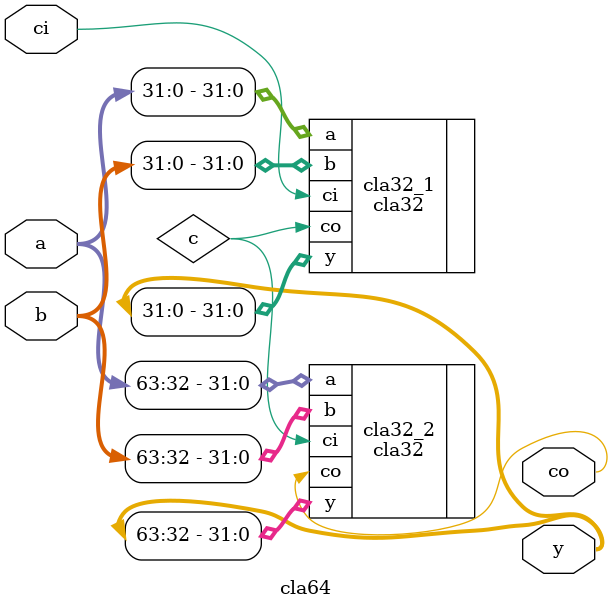
<source format=v>
module cla64(a, b, ci, co, y);
    input[63:0] a, b;
    input ci;

    output[63:0] y;
    output co;

    wire c;
    
    cla32 cla32_1(.a(a[31:0]), .b(b[31:0]), .ci(ci), .co(c), .y(y[31:0]));
    cla32 cla32_2(.a(a[63:32]), .b(b[63:32]), .ci(c), .co(co), .y(y[63:32]));
    
endmodule
</source>
